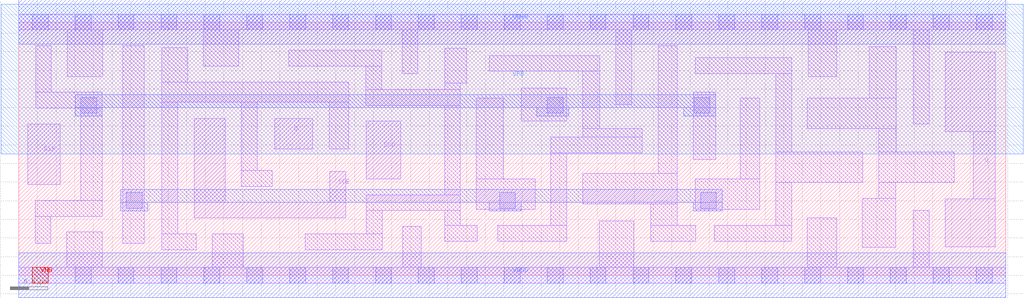
<source format=lef>
# Copyright 2020 The SkyWater PDK Authors
#
# Licensed under the Apache License, Version 2.0 (the "License");
# you may not use this file except in compliance with the License.
# You may obtain a copy of the License at
#
#     https://www.apache.org/licenses/LICENSE-2.0
#
# Unless required by applicable law or agreed to in writing, software
# distributed under the License is distributed on an "AS IS" BASIS,
# WITHOUT WARRANTIES OR CONDITIONS OF ANY KIND, either express or implied.
# See the License for the specific language governing permissions and
# limitations under the License.
#
# SPDX-License-Identifier: Apache-2.0

VERSION 5.7 ;
  NOWIREEXTENSIONATPIN ON ;
  DIVIDERCHAR "/" ;
  BUSBITCHARS "[]" ;
PROPERTYDEFINITIONS
  MACRO maskLayoutSubType STRING ;
  MACRO prCellType STRING ;
  MACRO originalViewName STRING ;
END PROPERTYDEFINITIONS
MACRO sky130_fd_sc_hdll__sdfxtp_1
  CLASS CORE ;
  FOREIGN sky130_fd_sc_hdll__sdfxtp_1 ;
  ORIGIN  0.000000  0.000000 ;
  SIZE  10.58000 BY  2.720000 ;
  SYMMETRY X Y R90 ;
  SITE unithd ;
  PIN CLK
    ANTENNAGATEAREA  0.178200 ;
    DIRECTION INPUT ;
    USE SIGNAL ;
    PORT
      LAYER li1 ;
        RECT 0.095000 0.975000 0.445000 1.625000 ;
    END
  END CLK
  PIN D
    ANTENNAGATEAREA  0.178200 ;
    DIRECTION INPUT ;
    USE SIGNAL ;
    PORT
      LAYER li1 ;
        RECT 2.745000 1.355000 3.150000 1.685000 ;
    END
  END D
  PIN Q
    ANTENNADIFFAREA  0.471500 ;
    DIRECTION OUTPUT ;
    USE SIGNAL ;
    PORT
      LAYER li1 ;
        RECT  9.930000 0.305000 10.470000 0.820000 ;
        RECT  9.930000 1.545000 10.470000 2.395000 ;
        RECT 10.230000 0.820000 10.470000 1.545000 ;
    END
  END Q
  PIN SCD
    ANTENNAGATEAREA  0.178200 ;
    DIRECTION INPUT ;
    USE SIGNAL ;
    PORT
      LAYER li1 ;
        RECT 3.725000 1.035000 4.095000 1.655000 ;
    END
  END SCD
  PIN SCE
    ANTENNAGATEAREA  0.356400 ;
    DIRECTION INPUT ;
    USE SIGNAL ;
    PORT
      LAYER li1 ;
        RECT 1.880000 0.615000 3.505000 0.785000 ;
        RECT 1.880000 0.785000 2.215000 1.685000 ;
        RECT 3.335000 0.785000 3.505000 1.115000 ;
    END
  END SCE
  PIN VGND
    ANTENNADIFFAREA  1.078200 ;
    DIRECTION INOUT ;
    USE SIGNAL ;
    PORT
      LAYER met1 ;
        RECT 0.000000 -0.240000 10.580000 0.240000 ;
    END
  END VGND
  PIN VPWR
    ANTENNADIFFAREA  1.369900 ;
    DIRECTION INOUT ;
    USE SIGNAL ;
    PORT
      LAYER met1 ;
        RECT 0.000000 2.480000 10.580000 2.960000 ;
    END
  END VPWR
  PIN VNB
    DIRECTION INOUT ;
    USE GROUND ;
    PORT
      LAYER pwell ;
        RECT 0.145000 -0.085000 0.315000 0.085000 ;
    END
  END VNB
  PIN VPB
    DIRECTION INOUT ;
    USE POWER ;
    PORT
      LAYER nwell ;
        RECT -0.190000 1.305000 10.770000 2.910000 ;
    END
  END VPB
  OBS
    LAYER li1 ;
      RECT 0.000000 -0.085000 10.580000 0.085000 ;
      RECT 0.000000  2.635000 10.580000 2.805000 ;
      RECT 0.175000  0.345000  0.345000 0.635000 ;
      RECT 0.175000  0.635000  0.895000 0.805000 ;
      RECT 0.180000  1.795000  0.895000 1.965000 ;
      RECT 0.180000  1.965000  0.350000 2.465000 ;
      RECT 0.515000  0.085000  0.895000 0.465000 ;
      RECT 0.520000  2.135000  0.900000 2.635000 ;
      RECT 0.665000  0.805000  0.895000 1.795000 ;
      RECT 1.115000  0.345000  1.345000 2.465000 ;
      RECT 1.535000  0.275000  1.905000 0.445000 ;
      RECT 1.535000  0.445000  1.705000 1.860000 ;
      RECT 1.535000  1.860000  3.540000 2.075000 ;
      RECT 1.535000  2.075000  1.810000 2.445000 ;
      RECT 1.980000  2.245000  2.360000 2.635000 ;
      RECT 2.075000  0.085000  2.405000 0.445000 ;
      RECT 2.385000  0.955000  2.715000 1.125000 ;
      RECT 2.385000  1.125000  2.555000 1.860000 ;
      RECT 2.895000  2.245000  3.890000 2.415000 ;
      RECT 3.070000  0.275000  3.895000 0.445000 ;
      RECT 3.330000  1.355000  3.540000 1.860000 ;
      RECT 3.720000  1.825000  4.735000 1.995000 ;
      RECT 3.720000  1.995000  3.890000 2.245000 ;
      RECT 3.725000  0.445000  3.895000 0.695000 ;
      RECT 3.725000  0.695000  4.735000 0.865000 ;
      RECT 4.110000  2.165000  4.280000 2.635000 ;
      RECT 4.115000  0.085000  4.315000 0.525000 ;
      RECT 4.565000  0.365000  4.915000 0.535000 ;
      RECT 4.565000  0.535000  4.735000 0.695000 ;
      RECT 4.565000  0.865000  4.735000 1.825000 ;
      RECT 4.565000  1.995000  4.735000 2.065000 ;
      RECT 4.565000  2.065000  4.800000 2.440000 ;
      RECT 4.905000  0.705000  5.535000 1.035000 ;
      RECT 4.905000  1.035000  5.195000 1.905000 ;
      RECT 5.045000  2.190000  6.230000 2.360000 ;
      RECT 5.135000  0.365000  5.875000 0.535000 ;
      RECT 5.385000  1.655000  5.875000 2.010000 ;
      RECT 5.705000  0.535000  5.875000 1.315000 ;
      RECT 5.705000  1.315000  6.685000 1.485000 ;
      RECT 6.045000  0.765000  7.060000 1.095000 ;
      RECT 6.045000  1.485000  6.685000 1.575000 ;
      RECT 6.045000  1.575000  6.230000 2.190000 ;
      RECT 6.225000  0.085000  6.595000 0.585000 ;
      RECT 6.400000  1.835000  6.570000 2.635000 ;
      RECT 6.775000  0.365000  7.260000 0.535000 ;
      RECT 6.775000  0.535000  7.060000 0.765000 ;
      RECT 6.855000  1.095000  7.060000 2.465000 ;
      RECT 7.230000  1.245000  7.470000 1.965000 ;
      RECT 7.250000  0.705000  7.945000 1.035000 ;
      RECT 7.250000  2.165000  8.285000 2.335000 ;
      RECT 7.455000  0.365000  8.285000 0.535000 ;
      RECT 7.735000  1.035000  7.945000 1.905000 ;
      RECT 8.115000  0.535000  8.285000 0.995000 ;
      RECT 8.115000  0.995000  9.050000 1.325000 ;
      RECT 8.115000  1.325000  8.285000 2.165000 ;
      RECT 8.455000  0.085000  8.770000 0.615000 ;
      RECT 8.455000  1.575000  9.405000 1.905000 ;
      RECT 8.465000  2.135000  8.770000 2.635000 ;
      RECT 9.040000  0.300000  9.400000 0.825000 ;
      RECT 9.120000  1.905000  9.405000 2.455000 ;
      RECT 9.220000  0.825000  9.400000 0.995000 ;
      RECT 9.220000  0.995000 10.030000 1.325000 ;
      RECT 9.220000  1.325000  9.405000 1.575000 ;
      RECT 9.590000  0.085000  9.760000 0.695000 ;
      RECT 9.590000  1.625000  9.760000 2.635000 ;
    LAYER mcon ;
      RECT  0.145000 -0.085000  0.315000 0.085000 ;
      RECT  0.145000  2.635000  0.315000 2.805000 ;
      RECT  0.605000 -0.085000  0.775000 0.085000 ;
      RECT  0.605000  2.635000  0.775000 2.805000 ;
      RECT  0.665000  1.740000  0.835000 1.910000 ;
      RECT  1.065000 -0.085000  1.235000 0.085000 ;
      RECT  1.065000  2.635000  1.235000 2.805000 ;
      RECT  1.155000  0.720000  1.325000 0.890000 ;
      RECT  1.525000 -0.085000  1.695000 0.085000 ;
      RECT  1.525000  2.635000  1.695000 2.805000 ;
      RECT  1.985000 -0.085000  2.155000 0.085000 ;
      RECT  1.985000  2.635000  2.155000 2.805000 ;
      RECT  2.445000 -0.085000  2.615000 0.085000 ;
      RECT  2.445000  2.635000  2.615000 2.805000 ;
      RECT  2.905000 -0.085000  3.075000 0.085000 ;
      RECT  2.905000  2.635000  3.075000 2.805000 ;
      RECT  3.365000 -0.085000  3.535000 0.085000 ;
      RECT  3.365000  2.635000  3.535000 2.805000 ;
      RECT  3.825000 -0.085000  3.995000 0.085000 ;
      RECT  3.825000  2.635000  3.995000 2.805000 ;
      RECT  4.285000 -0.085000  4.455000 0.085000 ;
      RECT  4.285000  2.635000  4.455000 2.805000 ;
      RECT  4.745000 -0.085000  4.915000 0.085000 ;
      RECT  4.745000  2.635000  4.915000 2.805000 ;
      RECT  5.155000  0.720000  5.325000 0.890000 ;
      RECT  5.205000 -0.085000  5.375000 0.085000 ;
      RECT  5.205000  2.635000  5.375000 2.805000 ;
      RECT  5.665000 -0.085000  5.835000 0.085000 ;
      RECT  5.665000  1.740000  5.835000 1.910000 ;
      RECT  5.665000  2.635000  5.835000 2.805000 ;
      RECT  6.125000 -0.085000  6.295000 0.085000 ;
      RECT  6.125000  2.635000  6.295000 2.805000 ;
      RECT  6.585000 -0.085000  6.755000 0.085000 ;
      RECT  6.585000  2.635000  6.755000 2.805000 ;
      RECT  7.045000 -0.085000  7.215000 0.085000 ;
      RECT  7.045000  2.635000  7.215000 2.805000 ;
      RECT  7.240000  1.740000  7.410000 1.910000 ;
      RECT  7.310000  0.720000  7.480000 0.890000 ;
      RECT  7.505000 -0.085000  7.675000 0.085000 ;
      RECT  7.505000  2.635000  7.675000 2.805000 ;
      RECT  7.965000 -0.085000  8.135000 0.085000 ;
      RECT  7.965000  2.635000  8.135000 2.805000 ;
      RECT  8.425000 -0.085000  8.595000 0.085000 ;
      RECT  8.425000  2.635000  8.595000 2.805000 ;
      RECT  8.885000 -0.085000  9.055000 0.085000 ;
      RECT  8.885000  2.635000  9.055000 2.805000 ;
      RECT  9.345000 -0.085000  9.515000 0.085000 ;
      RECT  9.345000  2.635000  9.515000 2.805000 ;
      RECT  9.805000 -0.085000  9.975000 0.085000 ;
      RECT  9.805000  2.635000  9.975000 2.805000 ;
      RECT 10.265000 -0.085000 10.435000 0.085000 ;
      RECT 10.265000  2.635000 10.435000 2.805000 ;
    LAYER met1 ;
      RECT 0.605000 1.710000 0.895000 1.800000 ;
      RECT 0.605000 1.800000 7.470000 1.940000 ;
      RECT 1.095000 0.690000 1.385000 0.780000 ;
      RECT 1.095000 0.780000 7.540000 0.920000 ;
      RECT 5.045000 0.690000 5.385000 0.780000 ;
      RECT 5.555000 1.710000 5.895000 1.800000 ;
      RECT 7.130000 1.710000 7.470000 1.800000 ;
      RECT 7.230000 0.690000 7.540000 0.780000 ;
  END
  PROPERTY maskLayoutSubType "abstract" ;
  PROPERTY prCellType "standard" ;
  PROPERTY originalViewName "layout" ;
END sky130_fd_sc_hdll__sdfxtp_1
END LIBRARY

</source>
